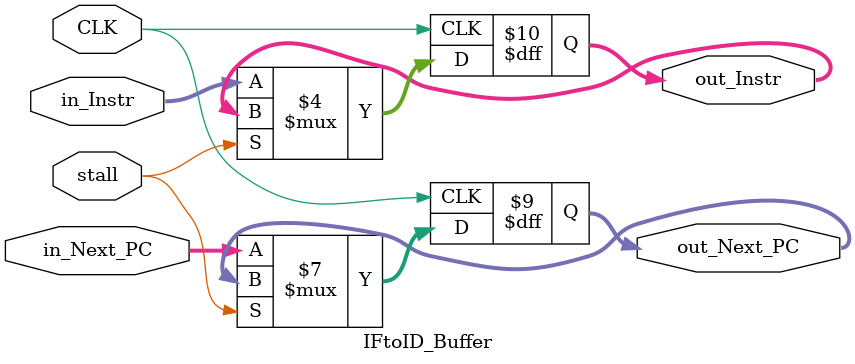
<source format=v>
module IFtoID_Buffer(
  input CLK, stall,
  input wire[31:0] in_Next_PC, in_Instr,
  output reg[31:0] out_Next_PC, out_Instr );

always @(posedge CLK)
begin
  if(stall == 1'b1) begin
    out_Next_PC <= out_Next_PC;
    out_Instr <= out_Instr;
  end else begin
    out_Next_PC <= in_Next_PC;
    out_Instr <= in_Instr;
    end
end

endmodule

</source>
